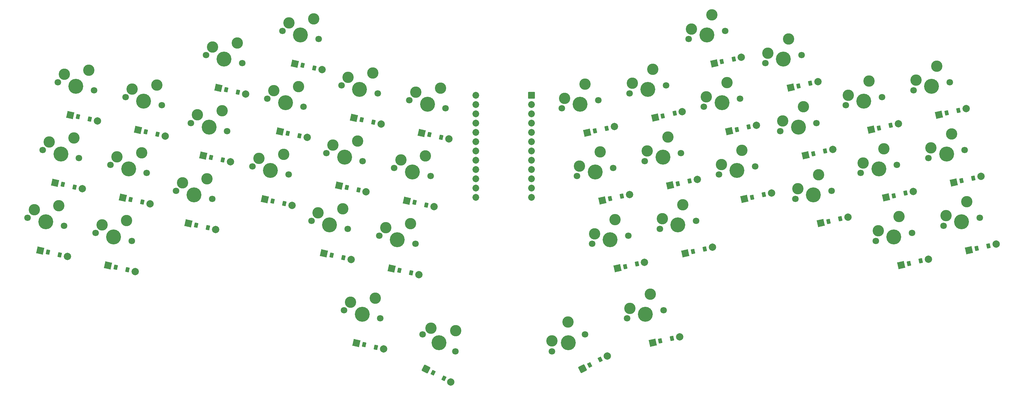
<source format=gbr>
%TF.GenerationSoftware,KiCad,Pcbnew,8.0.7*%
%TF.CreationDate,2025-03-02T16:24:29+01:00*%
%TF.ProjectId,pcb-adjusted,7063622d-6164-46a7-9573-7465642e6b69,v1.0.0*%
%TF.SameCoordinates,Original*%
%TF.FileFunction,Soldermask,Top*%
%TF.FilePolarity,Negative*%
%FSLAX46Y46*%
G04 Gerber Fmt 4.6, Leading zero omitted, Abs format (unit mm)*
G04 Created by KiCad (PCBNEW 8.0.7) date 2025-03-02 16:24:29*
%MOMM*%
%LPD*%
G01*
G04 APERTURE LIST*
G04 Aperture macros list*
%AMRoundRect*
0 Rectangle with rounded corners*
0 $1 Rounding radius*
0 $2 $3 $4 $5 $6 $7 $8 $9 X,Y pos of 4 corners*
0 Add a 4 corners polygon primitive as box body*
4,1,4,$2,$3,$4,$5,$6,$7,$8,$9,$2,$3,0*
0 Add four circle primitives for the rounded corners*
1,1,$1+$1,$2,$3*
1,1,$1+$1,$4,$5*
1,1,$1+$1,$6,$7*
1,1,$1+$1,$8,$9*
0 Add four rect primitives between the rounded corners*
20,1,$1+$1,$2,$3,$4,$5,0*
20,1,$1+$1,$4,$5,$6,$7,0*
20,1,$1+$1,$6,$7,$8,$9,0*
20,1,$1+$1,$8,$9,$2,$3,0*%
G04 Aperture macros list end*
%ADD10RoundRect,0.050000X-0.675512X-1.060342X1.060342X-0.675512X0.675512X1.060342X-1.060342X0.675512X0*%
%ADD11RoundRect,0.050000X-0.309469X-0.683175X0.569197X-0.488380X0.309469X0.683175X-0.569197X0.488380X0*%
%ADD12C,2.005000*%
%ADD13C,1.801800*%
%ADD14C,3.100000*%
%ADD15C,4.087800*%
%ADD16RoundRect,0.050000X-1.060342X-0.675512X0.675512X-1.060342X1.060342X0.675512X-0.675512X1.060342X0*%
%ADD17RoundRect,0.050000X-0.569197X-0.488380X0.309469X-0.683175X0.569197X0.488380X-0.309469X0.683175X0*%
%ADD18RoundRect,0.050000X-1.199047X-0.378058X0.378058X-1.199047X1.199047X0.378058X-0.378058X1.199047X0*%
%ADD19RoundRect,0.050000X-0.676204X-0.324420X0.122106X-0.739993X0.676204X0.324420X-0.122106X0.739993X0*%
%ADD20RoundRect,0.050000X-0.378058X-1.199047X1.199047X-0.378058X0.378058X1.199047X-1.199047X0.378058X0*%
%ADD21RoundRect,0.050000X-0.122106X-0.739993X0.676204X-0.324420X0.122106X0.739993X-0.676204X0.324420X0*%
%ADD22RoundRect,0.050000X-0.876300X0.876300X-0.876300X-0.876300X0.876300X-0.876300X0.876300X0.876300X0*%
%ADD23C,1.852600*%
G04 APERTURE END LIST*
D10*
%TO.C,D22*%
X332084436Y-142508981D03*
D11*
X334193235Y-142041466D03*
X337415011Y-141327220D03*
D12*
X339523810Y-140859705D03*
%TD*%
D10*
%TO.C,D23*%
X327972079Y-123959353D03*
D11*
X330080878Y-123491838D03*
X333302654Y-122777592D03*
D12*
X335411453Y-122310077D03*
%TD*%
D13*
%TO.C,S38*%
X224808365Y-122229512D03*
D14*
X225498508Y-119474842D03*
D15*
X229767952Y-121129999D03*
D14*
X231148232Y-115620657D03*
D13*
X234727539Y-120030486D03*
%TD*%
%TO.C,S9*%
X127384200Y-107693426D03*
D14*
X129173852Y-105488512D03*
D15*
X132343783Y-108792939D03*
D14*
X135923090Y-104383112D03*
D13*
X137303366Y-109892452D03*
%TD*%
%TO.C,S2*%
X82709568Y-133639090D03*
D14*
X84499220Y-131434176D03*
D15*
X87669151Y-134738603D03*
D14*
X91248458Y-130328776D03*
D13*
X92628734Y-135838116D03*
%TD*%
D10*
%TO.C,D28*%
X291522163Y-135112955D03*
D11*
X293630962Y-134645440D03*
X296852738Y-133931194D03*
D12*
X298961537Y-133463679D03*
%TD*%
D13*
%TO.C,S18*%
X183033071Y-120030482D03*
D14*
X184822723Y-117825568D03*
D15*
X187992654Y-121129995D03*
D14*
X191571961Y-116720168D03*
D13*
X192952237Y-122229508D03*
%TD*%
D16*
%TO.C,D10*%
X143503515Y-147116784D03*
D17*
X145612317Y-147584290D03*
X148834091Y-148298544D03*
D12*
X150942893Y-148766050D03*
%TD*%
D13*
%TO.C,S30*%
X267751478Y-140364797D03*
D14*
X268441621Y-137610127D03*
D15*
X272711065Y-139265284D03*
D14*
X274091345Y-133755942D03*
D13*
X277670652Y-138165771D03*
%TD*%
%TO.C,S7*%
X119159497Y-144792682D03*
D14*
X120949149Y-142587768D03*
D15*
X124119080Y-145892195D03*
D14*
X127698387Y-141482368D03*
D13*
X129078663Y-146991708D03*
%TD*%
%TO.C,S6*%
X105371543Y-119201803D03*
D14*
X107161195Y-116996889D03*
D15*
X110331126Y-120301316D03*
D14*
X113910433Y-115891489D03*
D13*
X115290709Y-121400829D03*
%TD*%
D16*
%TO.C,D3*%
X90235479Y-124040471D03*
D17*
X92344281Y-124507977D03*
X95566055Y-125222231D03*
D12*
X97674857Y-125689737D03*
%TD*%
D13*
%TO.C,S25*%
X306582237Y-139950463D03*
D14*
X307272380Y-137195793D03*
D15*
X311541824Y-138850950D03*
D14*
X312922104Y-133341608D03*
D13*
X316501411Y-137751437D03*
%TD*%
%TO.C,S34*%
X247470336Y-136666774D03*
D14*
X248160479Y-133912104D03*
D15*
X252429923Y-135567261D03*
D14*
X253810203Y-130057919D03*
D13*
X257389510Y-134467748D03*
%TD*%
D10*
%TO.C,D24*%
X317647160Y-165170952D03*
D11*
X319755959Y-164703437D03*
X322977735Y-163989191D03*
D12*
X325086534Y-163521676D03*
%TD*%
D16*
%TO.C,D1*%
X82010778Y-161139712D03*
D17*
X84119580Y-161607218D03*
X87341354Y-162321472D03*
D12*
X89450156Y-162788978D03*
%TD*%
D13*
%TO.C,S19*%
X165165220Y-177526054D03*
D14*
X166954872Y-175321140D03*
D15*
X170124803Y-178625567D03*
D14*
X173704110Y-174215740D03*
D13*
X175084386Y-179725080D03*
%TD*%
D16*
%TO.C,D13*%
X159672304Y-161968394D03*
D17*
X161781106Y-162435900D03*
X165002880Y-163150154D03*
D12*
X167111682Y-163617660D03*
%TD*%
D13*
%TO.C,S10*%
X140089950Y-138165768D03*
D14*
X141879602Y-135960854D03*
D15*
X145049533Y-139265281D03*
D14*
X148628840Y-134855454D03*
D13*
X150009116Y-140364794D03*
%TD*%
D16*
%TO.C,D17*%
X182334279Y-147531124D03*
D17*
X184443081Y-147998630D03*
X187664855Y-148712884D03*
D12*
X189773657Y-149180390D03*
%TD*%
D13*
%TO.C,S16*%
X174808364Y-157129733D03*
D14*
X176598016Y-154924819D03*
D15*
X179767947Y-158229246D03*
D14*
X183347254Y-153819419D03*
D13*
X184727530Y-159328759D03*
%TD*%
%TO.C,S40*%
X222088277Y-188768637D03*
D14*
X222041938Y-185929209D03*
D15*
X226594291Y-186422954D03*
D14*
X226501618Y-180744097D03*
D13*
X231100305Y-184077271D03*
%TD*%
D16*
%TO.C,D2*%
X86123124Y-142590099D03*
D17*
X88231926Y-143057605D03*
X91453700Y-143771859D03*
D12*
X93562502Y-144239365D03*
%TD*%
D10*
%TO.C,D33*%
X258535249Y-161887276D03*
D11*
X260644048Y-161419761D03*
X263865824Y-160705515D03*
D12*
X265974623Y-160238000D03*
%TD*%
D13*
%TO.C,S13*%
X156258739Y-153017377D03*
D14*
X158048391Y-150812463D03*
D15*
X161218322Y-154116890D03*
D14*
X164797629Y-149707063D03*
D13*
X166177905Y-155216403D03*
%TD*%
D18*
%TO.C,D20*%
X187640858Y-193606774D03*
D19*
X189556802Y-194604151D03*
X192483934Y-196127919D03*
D12*
X194399878Y-197125296D03*
%TD*%
D13*
%TO.C,S35*%
X243357990Y-118117154D03*
D14*
X244048133Y-115362484D03*
D15*
X248317577Y-117017641D03*
D14*
X249697857Y-111508299D03*
D13*
X253277164Y-115918128D03*
%TD*%
%TO.C,S31*%
X263639127Y-121815178D03*
D14*
X264329270Y-119060508D03*
D15*
X268598714Y-120715665D03*
D14*
X269978994Y-115206323D03*
D13*
X273558301Y-119616152D03*
%TD*%
%TO.C,S29*%
X280457231Y-109892456D03*
D14*
X281147374Y-107137786D03*
D15*
X285416818Y-108792943D03*
D14*
X286797098Y-103283601D03*
D13*
X290376405Y-107693430D03*
%TD*%
D10*
%TO.C,D27*%
X295634508Y-153662575D03*
D11*
X297743307Y-153195060D03*
X300965083Y-152480814D03*
D12*
X303073882Y-152013299D03*
%TD*%
D16*
%TO.C,D11*%
X147615870Y-128567155D03*
D17*
X149724672Y-129034661D03*
X152946446Y-129748915D03*
D12*
X155055248Y-130216421D03*
%TD*%
D10*
%TO.C,D32*%
X266479345Y-109936423D03*
D11*
X268588144Y-109468908D03*
X271809920Y-108754662D03*
D12*
X273918719Y-108287147D03*
%TD*%
D10*
%TO.C,D38*%
X231760927Y-128900375D03*
D11*
X233869726Y-128432860D03*
X237091502Y-127718614D03*
D12*
X239200301Y-127251099D03*
%TD*%
D13*
%TO.C,S28*%
X284569591Y-128442070D03*
D14*
X285259734Y-125687400D03*
D15*
X289529178Y-127342557D03*
D14*
X290909458Y-121833215D03*
D13*
X294488765Y-126243044D03*
%TD*%
D16*
%TO.C,D12*%
X151728215Y-110017534D03*
D17*
X153837017Y-110485040D03*
X157058791Y-111199294D03*
D12*
X159167593Y-111666800D03*
%TD*%
D13*
%TO.C,S37*%
X228920717Y-140779140D03*
D14*
X229610860Y-138024470D03*
D15*
X233880304Y-139679627D03*
D14*
X235260584Y-134170285D03*
D13*
X238839891Y-138580114D03*
%TD*%
D10*
%TO.C,D26*%
X309422452Y-128071708D03*
D11*
X311531251Y-127604193D03*
X314753027Y-126889947D03*
D12*
X316861826Y-126422432D03*
%TD*%
D16*
%TO.C,D7*%
X122573052Y-153743683D03*
D17*
X124681854Y-154211189D03*
X127903628Y-154925443D03*
D12*
X130012430Y-155392949D03*
%TD*%
D16*
%TO.C,D8*%
X126685411Y-135194064D03*
D17*
X128794213Y-135661570D03*
X132015987Y-136375824D03*
D12*
X134124789Y-136843330D03*
%TD*%
D13*
%TO.C,S21*%
X329244221Y-154387731D03*
D14*
X329934364Y-151633061D03*
D15*
X334203808Y-153288218D03*
D14*
X335584088Y-147778876D03*
D13*
X339163395Y-152188705D03*
%TD*%
%TO.C,S15*%
X164483445Y-115918128D03*
D14*
X166273097Y-113713214D03*
D15*
X169443028Y-117017641D03*
D14*
X173022335Y-112607814D03*
D13*
X174402611Y-118117154D03*
%TD*%
D10*
%TO.C,D37*%
X235873284Y-147450012D03*
D11*
X237982083Y-146982497D03*
X241203859Y-146268251D03*
D12*
X243312658Y-145800736D03*
%TD*%
D10*
%TO.C,D34*%
X254422902Y-143337650D03*
D11*
X256531701Y-142870135D03*
X259753477Y-142155889D03*
D12*
X261862276Y-141688374D03*
%TD*%
D16*
%TO.C,D16*%
X178221930Y-166080742D03*
D17*
X180330732Y-166548248D03*
X183552506Y-167262502D03*
D12*
X185661308Y-167730008D03*
%TD*%
D16*
%TO.C,D18*%
X186446633Y-128981494D03*
D17*
X188555435Y-129449000D03*
X191777209Y-130163254D03*
D12*
X193886011Y-130630760D03*
%TD*%
D13*
%TO.C,S32*%
X259526772Y-103265548D03*
D14*
X260216915Y-100510878D03*
D15*
X264486359Y-102166035D03*
D14*
X265866639Y-96656693D03*
D13*
X269445946Y-101066522D03*
%TD*%
%TO.C,S20*%
X186660305Y-184077269D03*
D14*
X188959650Y-182410682D03*
D15*
X191166320Y-186422951D03*
D14*
X195765009Y-183089777D03*
D13*
X195672335Y-188768633D03*
%TD*%
D10*
%TO.C,D21*%
X336196778Y-161058606D03*
D11*
X338305577Y-160591091D03*
X341527353Y-159876845D03*
D12*
X343636152Y-159409330D03*
%TD*%
D10*
%TO.C,D39*%
X249628779Y-186395939D03*
D11*
X251737578Y-185928424D03*
X254959354Y-185214178D03*
D12*
X257068153Y-184746663D03*
%TD*%
D13*
%TO.C,S26*%
X302469894Y-121400840D03*
D14*
X303160037Y-118646170D03*
D15*
X307429481Y-120301327D03*
D14*
X308809761Y-114791985D03*
D13*
X312389068Y-119201814D03*
%TD*%
%TO.C,S22*%
X325131869Y-135838107D03*
D14*
X325822012Y-133083437D03*
D15*
X330091456Y-134738594D03*
D14*
X331471736Y-129229252D03*
D13*
X335051043Y-133639081D03*
%TD*%
%TO.C,S11*%
X144202308Y-119616151D03*
D14*
X145991960Y-117411237D03*
D15*
X149161891Y-120715664D03*
D14*
X152741198Y-116305837D03*
D13*
X154121474Y-121815177D03*
%TD*%
%TO.C,S1*%
X78597217Y-152188703D03*
D14*
X80386869Y-149983789D03*
D15*
X83556800Y-153288216D03*
D14*
X87136107Y-148878389D03*
D13*
X88516383Y-154387729D03*
%TD*%
D16*
%TO.C,D9*%
X130797762Y-116644433D03*
D17*
X132906564Y-117111939D03*
X136128338Y-117826193D03*
D12*
X138237140Y-118293699D03*
%TD*%
D13*
%TO.C,S27*%
X288681935Y-146991705D03*
D14*
X289372078Y-144237035D03*
D15*
X293641522Y-145892192D03*
D14*
X295021802Y-140382850D03*
D13*
X298601109Y-144792679D03*
%TD*%
D16*
%TO.C,D15*%
X167897010Y-124869139D03*
D17*
X170005812Y-125336645D03*
X173227586Y-126050899D03*
D12*
X175336388Y-126518405D03*
%TD*%
D13*
%TO.C,S12*%
X148314654Y-101066517D03*
D14*
X150104306Y-98861603D03*
D15*
X153274237Y-102166030D03*
D14*
X156853544Y-97756203D03*
D13*
X158233820Y-103265543D03*
%TD*%
D16*
%TO.C,D4*%
X100560393Y-165252068D03*
D17*
X102669195Y-165719574D03*
X105890969Y-166433828D03*
D12*
X107999771Y-166901334D03*
%TD*%
D10*
%TO.C,D35*%
X250310559Y-124788028D03*
D11*
X252419358Y-124320513D03*
X255641134Y-123606267D03*
D12*
X257749933Y-123138752D03*
%TD*%
D20*
%TO.C,D40*%
X230452824Y-193520260D03*
D21*
X232368768Y-192522883D03*
X235295900Y-190999115D03*
D12*
X237211844Y-190001738D03*
%TD*%
D13*
%TO.C,S33*%
X251582691Y-155216411D03*
D14*
X252272834Y-152461741D03*
D15*
X256542278Y-154116898D03*
D14*
X257922558Y-148607556D03*
D13*
X261501865Y-153017385D03*
%TD*%
%TO.C,S8*%
X123271845Y-126243040D03*
D14*
X125061497Y-124038126D03*
D15*
X128231428Y-127342553D03*
D14*
X131810735Y-122932726D03*
D13*
X133191011Y-128442066D03*
%TD*%
D16*
%TO.C,D6*%
X108785106Y-128152817D03*
D17*
X110893908Y-128620323D03*
X114115682Y-129334577D03*
D12*
X116224484Y-129802083D03*
%TD*%
D16*
%TO.C,D19*%
X168578765Y-186477048D03*
D17*
X170687567Y-186944554D03*
X173909341Y-187658808D03*
D12*
X176018143Y-188126314D03*
%TD*%
D13*
%TO.C,S4*%
X97146829Y-156301058D03*
D14*
X98936481Y-154096144D03*
D15*
X102106412Y-157400571D03*
D14*
X105685719Y-152990744D03*
D13*
X107065995Y-158500084D03*
%TD*%
D16*
%TO.C,D5*%
X104672742Y-146702438D03*
D17*
X106781544Y-147169944D03*
X110003318Y-147884198D03*
D12*
X112112120Y-148351704D03*
%TD*%
D13*
%TO.C,S17*%
X178920716Y-138580102D03*
D14*
X180710368Y-136375188D03*
D15*
X183880299Y-139679615D03*
D14*
X187459606Y-135269788D03*
D13*
X188839882Y-140779128D03*
%TD*%
%TO.C,S14*%
X160371094Y-134467761D03*
D14*
X162160746Y-132262847D03*
D15*
X165330677Y-135567274D03*
D14*
X168909984Y-131157447D03*
D13*
X170290260Y-136666787D03*
%TD*%
%TO.C,S3*%
X86821910Y-115089455D03*
D14*
X88611562Y-112884541D03*
D15*
X91781493Y-116188968D03*
D14*
X95360800Y-111779141D03*
D13*
X96741076Y-117288481D03*
%TD*%
D10*
%TO.C,D30*%
X274704043Y-147035667D03*
D11*
X276812842Y-146568152D03*
X280034618Y-145853906D03*
D12*
X282143417Y-145386391D03*
%TD*%
D13*
%TO.C,S5*%
X101259194Y-137751442D03*
D14*
X103048846Y-135546528D03*
D15*
X106218777Y-138850955D03*
D14*
X109798084Y-134441128D03*
D13*
X111178360Y-139950468D03*
%TD*%
%TO.C,S36*%
X233033056Y-159328755D03*
D14*
X233723199Y-156574085D03*
D15*
X237992643Y-158229242D03*
D14*
X239372923Y-152719900D03*
D13*
X242952230Y-157129729D03*
%TD*%
%TO.C,S39*%
X242676226Y-179725074D03*
D14*
X243366369Y-176970404D03*
D15*
X247635813Y-178625561D03*
D14*
X249016093Y-173116219D03*
D13*
X252595400Y-177526048D03*
%TD*%
D16*
%TO.C,D14*%
X163784657Y-143418765D03*
D17*
X165893459Y-143886271D03*
X169115233Y-144600525D03*
D12*
X171224035Y-145068031D03*
%TD*%
D10*
%TO.C,D25*%
X313534808Y-146621335D03*
D11*
X315643607Y-146153820D03*
X318865383Y-145439574D03*
D12*
X320974182Y-144972059D03*
%TD*%
D13*
%TO.C,S24*%
X310694597Y-158500075D03*
D14*
X311384740Y-155745405D03*
D15*
X315654184Y-157400562D03*
D14*
X317034464Y-151891220D03*
D13*
X320613771Y-156301049D03*
%TD*%
D10*
%TO.C,D31*%
X270591692Y-128486048D03*
D11*
X272700491Y-128018533D03*
X275922267Y-127304287D03*
D12*
X278031066Y-126836772D03*
%TD*%
D10*
%TO.C,D29*%
X287409797Y-116563326D03*
D11*
X289518596Y-116095811D03*
X292740372Y-115381565D03*
D12*
X294849171Y-114914050D03*
%TD*%
D13*
%TO.C,S23*%
X321019521Y-117288482D03*
D14*
X321709664Y-114533812D03*
D15*
X325979108Y-116188969D03*
D14*
X327359388Y-110679627D03*
D13*
X330938695Y-115089456D03*
%TD*%
D10*
%TO.C,D36*%
X239985624Y-165999623D03*
D11*
X242094423Y-165532108D03*
X245316199Y-164817862D03*
D12*
X247424998Y-164350347D03*
%TD*%
D22*
%TO.C,MCU1*%
X216500300Y-118659992D03*
D23*
X216500298Y-121199993D03*
X216500301Y-123739998D03*
X216500300Y-126279994D03*
X216500301Y-128819995D03*
X216500302Y-131359994D03*
X216500300Y-133899993D03*
X216500300Y-136439995D03*
X216500300Y-138979994D03*
X216500300Y-141519994D03*
X216500300Y-144059994D03*
X216500301Y-146599995D03*
X201260299Y-118659993D03*
X201260300Y-121199994D03*
X201260300Y-123739994D03*
X201260300Y-126279994D03*
X201260300Y-128819993D03*
X201260300Y-131359995D03*
X201260298Y-133899994D03*
X201260299Y-136439993D03*
X201260300Y-138979994D03*
X201260299Y-141519990D03*
X201260302Y-144059995D03*
X201260300Y-146599996D03*
%TD*%
M02*

</source>
